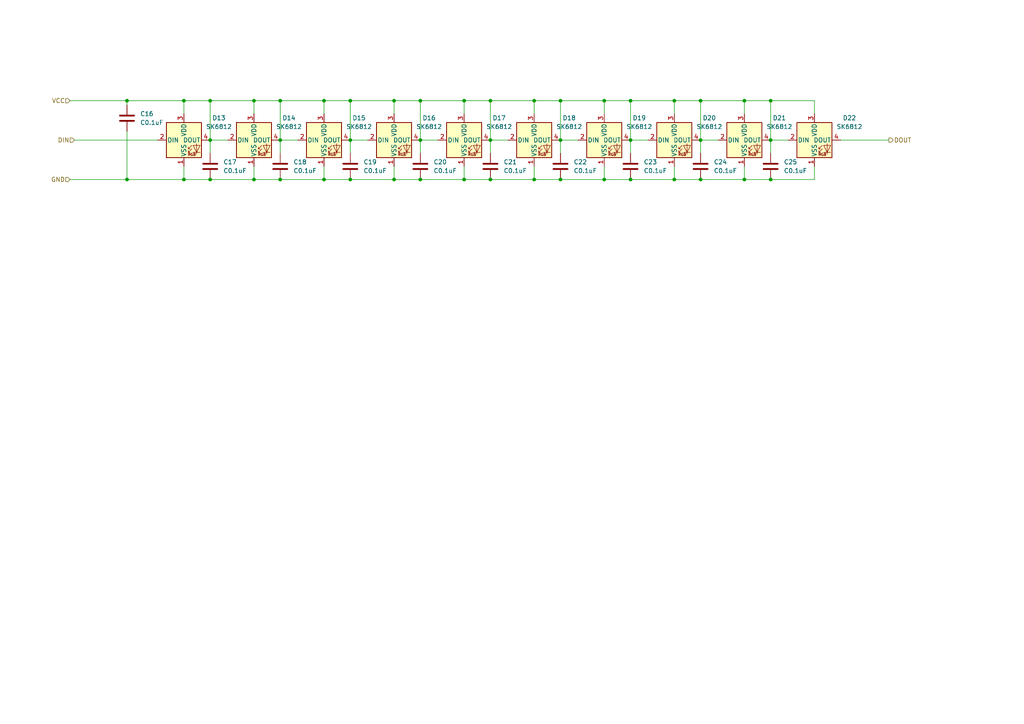
<source format=kicad_sch>
(kicad_sch (version 20250114) (generator "eeschema") (generator_version "9.0")
  (paper "A4")
  (lib_symbols
    (symbol "Device:C" (pin_numbers (hide yes)) (pin_names (offset 0.254))
      (property "Reference" "C" (at 0.635 2.54 0))
      (property "Value" "C" (at 0.635 -2.54 0))
      (symbol "C_0_1"
        (polyline (pts (xy -2.032 0.762) (xy 2.032 0.762)) (stroke (width 0.508)))
        (polyline (pts (xy -2.032 -0.762) (xy 2.032 -0.762)) (stroke (width 0.508)))
      )
      (symbol "C_1_1"
        (pin passive line (at 0 3.81 270) (length 2.794) (name "~") (number "1"))
        (pin passive line (at 0 -3.81 90) (length 2.794) (name "~") (number "2"))
      )
    )
    (symbol "LED:SK6812" (pin_names (offset 0.254))
      (property "Reference" "D" (at 5.08 5.715 0))
      (property "Value" "SK6812" (at 1.27 -5.715 0))
      (symbol "SK6812_0_0"
        (text "RGB" (at 2.286 -4.191 0) (effects (font (size 0.762 0.762))))
      )
      (symbol "SK6812_0_1"
        (polyline (pts (xy 1.27 -2.54) (xy 1.778 -2.54)))
        (polyline (pts (xy 1.27 -3.556) (xy 1.778 -3.556)))
        (polyline (pts (xy 2.286 -1.524) (xy 1.27 -2.54) (xy 1.27 -2.032)))
        (polyline (pts (xy 2.286 -2.54) (xy 1.27 -3.556) (xy 1.27 -3.048)))
        (polyline (pts (xy 3.683 -1.016) (xy 3.683 -3.556) (xy 3.683 -4.064)))
        (polyline (pts (xy 4.699 -1.524) (xy 2.667 -1.524) (xy 3.683 -3.556) (xy 4.699 -1.524)))
        (polyline (pts (xy 4.699 -3.556) (xy 2.667 -3.556)))
        (rectangle (start 5.08 5.08) (end -5.08 -5.08) (stroke (width 0.254)) (fill (type background)))
      )
      (symbol "SK6812_1_1"
        (pin input line (at -7.62 0 0) (length 2.54) (name "DIN") (number "2"))
        (pin power_in line (at 0 7.62 270) (length 2.54) (name "VDD") (number "3"))
        (pin power_in line (at 0 -7.62 90) (length 2.54) (name "VSS") (number "1"))
        (pin output line (at 7.62 0 180) (length 2.54) (name "DOUT") (number "4"))
      )
    )
  )
  (junction (at 162.56 29.21))
  (junction (at 162.56 52.07))
  (junction (at 142.24 52.07))
  (junction (at 36.83 52.07))
  (junction (at 60.96 40.64))
  (junction (at 182.88 52.07))
  (junction (at 81.28 52.07))
  (junction (at 93.98 52.07))
  (junction (at 223.52 40.64))
  (junction (at 203.2 40.64))
  (junction (at 81.28 29.21))
  (junction (at 93.98 29.21))
  (junction (at 142.24 29.21))
  (junction (at 114.3 52.07))
  (junction (at 195.58 29.21))
  (junction (at 101.6 29.21))
  (junction (at 182.88 29.21))
  (junction (at 114.3 29.21))
  (junction (at 134.62 52.07))
  (junction (at 81.28 40.64))
  (junction (at 203.2 52.07))
  (junction (at 175.26 29.21))
  (junction (at 223.52 52.07))
  (junction (at 60.96 29.21))
  (junction (at 101.6 40.64))
  (junction (at 203.2 29.21))
  (junction (at 223.52 29.21))
  (junction (at 60.96 52.07))
  (junction (at 162.56 40.64))
  (junction (at 73.66 29.21))
  (junction (at 195.58 52.07))
  (junction (at 121.92 40.64))
  (junction (at 154.94 52.07))
  (junction (at 73.66 52.07))
  (junction (at 175.26 52.07))
  (junction (at 215.9 52.07))
  (junction (at 134.62 29.21))
  (junction (at 53.34 52.07))
  (junction (at 142.24 40.64))
  (junction (at 121.92 52.07))
  (junction (at 215.9 29.21))
  (junction (at 121.92 29.21))
  (junction (at 182.88 40.64))
  (junction (at 53.34 29.21))
  (junction (at 101.6 52.07))
  (junction (at 154.94 29.21))
  (junction (at 36.83 29.21))
  (wire (pts (xy 81.28 40.64) (xy 81.28 29.21)))
  (wire (pts (xy 215.9 52.07) (xy 223.52 52.07)))
  (wire (pts (xy 101.6 52.07) (xy 114.3 52.07)))
  (wire (pts (xy 142.24 29.21) (xy 154.94 29.21)))
  (wire (pts (xy 36.83 38.1) (xy 36.83 52.07)))
  (wire (pts (xy 45.72 40.64) (xy 21.59 40.64)))
  (wire (pts (xy 114.3 52.07) (xy 114.3 48.26)))
  (wire (pts (xy 223.52 44.45) (xy 223.52 40.64)))
  (wire (pts (xy 162.56 44.45) (xy 162.56 40.64)))
  (wire (pts (xy 93.98 52.07) (xy 101.6 52.07)))
  (wire (pts (xy 142.24 40.64) (xy 147.32 40.64)))
  (wire (pts (xy 81.28 52.07) (xy 93.98 52.07)))
  (wire (pts (xy 101.6 40.64) (xy 101.6 29.21)))
  (wire (pts (xy 154.94 52.07) (xy 162.56 52.07)))
  (wire (pts (xy 101.6 40.64) (xy 106.68 40.64)))
  (wire (pts (xy 223.52 40.64) (xy 223.52 29.21)))
  (wire (pts (xy 121.92 40.64) (xy 127 40.64)))
  (wire (pts (xy 36.83 30.48) (xy 36.83 29.21)))
  (wire (pts (xy 81.28 40.64) (xy 86.36 40.64)))
  (wire (pts (xy 60.96 40.64) (xy 66.04 40.64)))
  (wire (pts (xy 182.88 29.21) (xy 195.58 29.21)))
  (wire (pts (xy 142.24 44.45) (xy 142.24 40.64)))
  (wire (pts (xy 73.66 33.02) (xy 73.66 29.21)))
  (wire (pts (xy 121.92 44.45) (xy 121.92 40.64)))
  (wire (pts (xy 134.62 33.02) (xy 134.62 29.21)))
  (wire (pts (xy 93.98 52.07) (xy 93.98 48.26)))
  (wire (pts (xy 154.94 29.21) (xy 162.56 29.21)))
  (wire (pts (xy 162.56 40.64) (xy 162.56 29.21)))
  (wire (pts (xy 175.26 52.07) (xy 182.88 52.07)))
  (wire (pts (xy 175.26 29.21) (xy 182.88 29.21)))
  (wire (pts (xy 121.92 40.64) (xy 121.92 29.21)))
  (wire (pts (xy 53.34 33.02) (xy 53.34 29.21)))
  (wire (pts (xy 162.56 29.21) (xy 175.26 29.21)))
  (wire (pts (xy 142.24 52.07) (xy 154.94 52.07)))
  (wire (pts (xy 215.9 33.02) (xy 215.9 29.21)))
  (wire (pts (xy 60.96 52.07) (xy 73.66 52.07)))
  (wire (pts (xy 134.62 29.21) (xy 142.24 29.21)))
  (wire (pts (xy 134.62 52.07) (xy 134.62 48.26)))
  (wire (pts (xy 36.83 29.21) (xy 53.34 29.21)))
  (wire (pts (xy 101.6 29.21) (xy 114.3 29.21)))
  (wire (pts (xy 121.92 29.21) (xy 134.62 29.21)))
  (wire (pts (xy 223.52 52.07) (xy 236.22 52.07)))
  (wire (pts (xy 81.28 29.21) (xy 93.98 29.21)))
  (wire (pts (xy 36.83 29.21) (xy 20.32 29.21)))
  (wire (pts (xy 175.26 52.07) (xy 175.26 48.26)))
  (wire (pts (xy 162.56 40.64) (xy 167.64 40.64)))
  (wire (pts (xy 20.32 52.07) (xy 36.83 52.07)))
  (wire (pts (xy 53.34 29.21) (xy 60.96 29.21)))
  (wire (pts (xy 215.9 29.21) (xy 223.52 29.21)))
  (wire (pts (xy 195.58 29.21) (xy 203.2 29.21)))
  (wire (pts (xy 121.92 52.07) (xy 134.62 52.07)))
  (wire (pts (xy 215.9 52.07) (xy 215.9 48.26)))
  (wire (pts (xy 203.2 40.64) (xy 208.28 40.64)))
  (wire (pts (xy 203.2 44.45) (xy 203.2 40.64)))
  (wire (pts (xy 114.3 33.02) (xy 114.3 29.21)))
  (wire (pts (xy 60.96 40.64) (xy 60.96 29.21)))
  (wire (pts (xy 236.22 52.07) (xy 236.22 48.26)))
  (wire (pts (xy 162.56 52.07) (xy 175.26 52.07)))
  (wire (pts (xy 236.22 33.02) (xy 236.22 29.21)))
  (wire (pts (xy 93.98 33.02) (xy 93.98 29.21)))
  (wire (pts (xy 182.88 40.64) (xy 182.88 29.21)))
  (wire (pts (xy 203.2 40.64) (xy 203.2 29.21)))
  (wire (pts (xy 73.66 52.07) (xy 81.28 52.07)))
  (wire (pts (xy 93.98 29.21) (xy 101.6 29.21)))
  (wire (pts (xy 134.62 52.07) (xy 142.24 52.07)))
  (wire (pts (xy 223.52 40.64) (xy 228.6 40.64)))
  (wire (pts (xy 60.96 44.45) (xy 60.96 40.64)))
  (wire (pts (xy 195.58 33.02) (xy 195.58 29.21)))
  (wire (pts (xy 36.83 52.07) (xy 53.34 52.07)))
  (wire (pts (xy 182.88 52.07) (xy 195.58 52.07)))
  (wire (pts (xy 73.66 29.21) (xy 81.28 29.21)))
  (wire (pts (xy 53.34 52.07) (xy 53.34 48.26)))
  (wire (pts (xy 175.26 33.02) (xy 175.26 29.21)))
  (wire (pts (xy 223.52 29.21) (xy 236.22 29.21)))
  (wire (pts (xy 114.3 52.07) (xy 121.92 52.07)))
  (wire (pts (xy 81.28 44.45) (xy 81.28 40.64)))
  (wire (pts (xy 243.84 40.64) (xy 257.81 40.64)))
  (wire (pts (xy 182.88 40.64) (xy 187.96 40.64)))
  (wire (pts (xy 73.66 52.07) (xy 73.66 48.26)))
  (wire (pts (xy 53.34 52.07) (xy 60.96 52.07)))
  (wire (pts (xy 142.24 40.64) (xy 142.24 29.21)))
  (wire (pts (xy 203.2 29.21) (xy 215.9 29.21)))
  (wire (pts (xy 182.88 44.45) (xy 182.88 40.64)))
  (wire (pts (xy 60.96 29.21) (xy 73.66 29.21)))
  (wire (pts (xy 101.6 44.45) (xy 101.6 40.64)))
  (wire (pts (xy 154.94 33.02) (xy 154.94 29.21)))
  (wire (pts (xy 114.3 29.21) (xy 121.92 29.21)))
  (wire (pts (xy 195.58 52.07) (xy 203.2 52.07)))
  (wire (pts (xy 203.2 52.07) (xy 215.9 52.07)))
  (wire (pts (xy 154.94 52.07) (xy 154.94 48.26)))
  (wire (pts (xy 195.58 52.07) (xy 195.58 48.26)))
  (hierarchical_label "VCC" (shape input) (at 20.32 29.21 180))
  (hierarchical_label "DOUT" (shape output) (at 257.81 40.64 0))
  (hierarchical_label "DIN" (shape input) (at 21.59 40.64 180))
  (hierarchical_label "GND" (shape input) (at 20.32 52.07 180))
  (symbol (lib_id "Device:C") (at 36.83 34.29 0) (unit 1)
    (property "Reference" "C" (at 40.64 33.0199 0) (effects (justify left)))
    (property "Value" "C0.1uF" (at 40.64 35.5599 0) (effects (justify left)))
    (property "Footprint" "Capacitor_SMD:C_0402_1005Metric" (effects (hide yes)))
    (property "Description" "Unpolarized capacitor" (effects (hide yes)))
    (instances (project "PCB Board" (path "" (reference "C16") (unit 1))))
  )
  (symbol (lib_id "LED:SK6812") (at 73.66 40.64 0) (unit 1)
    (property "Reference" "D4" (at 83.82 34.2198 0))
    (property "Value" "SK6812" (at 83.82 36.7598 0))
    (property "Footprint" "LED_SMD:LED_SK6812_PLCC4_5.0x5.0mm_P3.2mm" (effects (hide yes)))
    (property "Datasheet" "https://cdn-shop.adafruit.com/product-files/1138/SK6812+LED+datasheet+.pdf" (effects (hide yes)))
    (property "Description" "RGB LED with integrated controller" (effects (hide yes)))
    (instances (project "PCB Board" (path "" (reference "D14") (unit 1)) (path "" (reference "D4") (unit 1))))
  )
  (symbol (lib_id "LED:SK6812") (at 154.94 40.64 0) (unit 1)
    (property "Reference" "D8" (at 165.1 34.2198 0))
    (property "Value" "SK6812" (at 165.1 36.7598 0))
    (property "Footprint" "LED_SMD:LED_SK6812_PLCC4_5.0x5.0mm_P3.2mm" (effects (hide yes)))
    (property "Datasheet" "https://cdn-shop.adafruit.com/product-files/1138/SK6812+LED+datasheet+.pdf" (effects (hide yes)))
    (property "Description" "RGB LED with integrated controller" (effects (hide yes)))
    (instances (project "PCB Board" (path "" (reference "D18") (unit 1)) (path "" (reference "D8") (unit 1))))
  )
  (symbol (lib_id "LED:SK6812") (at 215.9 40.64 0) (unit 1)
    (property "Reference" "D11" (at 226.06 34.2198 0))
    (property "Value" "SK6812" (at 226.06 36.7598 0))
    (property "Footprint" "LED_SMD:LED_SK6812_PLCC4_5.0x5.0mm_P3.2mm" (effects (hide yes)))
    (property "Datasheet" "https://cdn-shop.adafruit.com/product-files/1138/SK6812+LED+datasheet+.pdf" (effects (hide yes)))
    (property "Description" "RGB LED with integrated controller" (effects (hide yes)))
    (instances (project "PCB Board" (path "" (reference "D21") (unit 1)) (path "" (reference "D11") (unit 1))))
  )
  (symbol (lib_id "LED:SK6812") (at 114.3 40.64 0) (unit 1)
    (property "Reference" "D6" (at 124.46 34.2198 0))
    (property "Value" "SK6812" (at 124.46 36.7598 0))
    (property "Footprint" "LED_SMD:LED_SK6812_PLCC4_5.0x5.0mm_P3.2mm" (effects (hide yes)))
    (property "Datasheet" "https://cdn-shop.adafruit.com/product-files/1138/SK6812+LED+datasheet+.pdf" (effects (hide yes)))
    (property "Description" "RGB LED with integrated controller" (effects (hide yes)))
    (instances (project "PCB Board" (path "" (reference "D16") (unit 1)) (path "" (reference "D6") (unit 1))))
  )
  (symbol (lib_id "LED:SK6812") (at 53.34 40.64 0) (unit 1)
    (property "Reference" "D" (at 63.5 34.2198 0))
    (property "Value" "SK6812" (at 63.5 36.7598 0))
    (property "Footprint" "LED_SMD:LED_SK6812_PLCC4_5.0x5.0mm_P3.2mm" (effects (hide yes)))
    (property "Datasheet" "https://cdn-shop.adafruit.com/product-files/1138/SK6812+LED+datasheet+.pdf" (effects (hide yes)))
    (property "Description" "RGB LED with integrated controller" (effects (hide yes)))
    (instances (project "PCB Board" (path "" (reference "D13") (unit 1))))
  )
  (symbol (lib_id "Device:C") (at 203.2 48.26 0) (unit 1)
    (property "Reference" "C14" (at 207.01 46.9899 0) (effects (justify left)))
    (property "Value" "C0.1uF" (at 207.01 49.5299 0) (effects (justify left)))
    (property "Footprint" "Capacitor_SMD:C_0402_1005Metric" (effects (hide yes)))
    (property "Description" "Unpolarized capacitor" (effects (hide yes)))
    (instances (project "PCB Board" (path "" (reference "C24") (unit 1)) (path "" (reference "C14") (unit 1))))
  )
  (symbol (lib_id "Device:C") (at 60.96 48.26 0) (unit 1)
    (property "Reference" "C7" (at 64.77 46.9899 0) (effects (justify left)))
    (property "Value" "C0.1uF" (at 64.77 49.5299 0) (effects (justify left)))
    (property "Footprint" "Capacitor_SMD:C_0402_1005Metric" (effects (hide yes)))
    (property "Description" "Unpolarized capacitor" (effects (hide yes)))
    (instances (project "PCB Board" (path "" (reference "C17") (unit 1)) (path "" (reference "C7") (unit 1))))
  )
  (symbol (lib_id "Device:C") (at 223.52 48.26 0) (unit 1)
    (property "Reference" "C15" (at 227.33 46.9899 0) (effects (justify left)))
    (property "Value" "C0.1uF" (at 227.33 49.5299 0) (effects (justify left)))
    (property "Footprint" "Capacitor_SMD:C_0402_1005Metric" (effects (hide yes)))
    (property "Description" "Unpolarized capacitor" (effects (hide yes)))
    (instances (project "PCB Board" (path "" (reference "C25") (unit 1)) (path "" (reference "C15") (unit 1))))
  )
  (symbol (lib_id "LED:SK6812") (at 134.62 40.64 0) (unit 1)
    (property "Reference" "D7" (at 144.78 34.2198 0))
    (property "Value" "SK6812" (at 144.78 36.7598 0))
    (property "Footprint" "LED_SMD:LED_SK6812_PLCC4_5.0x5.0mm_P3.2mm" (effects (hide yes)))
    (property "Datasheet" "https://cdn-shop.adafruit.com/product-files/1138/SK6812+LED+datasheet+.pdf" (effects (hide yes)))
    (property "Description" "RGB LED with integrated controller" (effects (hide yes)))
    (instances (project "PCB Board" (path "" (reference "D17") (unit 1)) (path "" (reference "D7") (unit 1))))
  )
  (symbol (lib_id "Device:C") (at 121.92 48.26 0) (unit 1)
    (property "Reference" "C10" (at 125.73 46.9899 0) (effects (justify left)))
    (property "Value" "C0.1uF" (at 125.73 49.5299 0) (effects (justify left)))
    (property "Footprint" "Capacitor_SMD:C_0402_1005Metric" (effects (hide yes)))
    (property "Description" "Unpolarized capacitor" (effects (hide yes)))
    (instances (project "PCB Board" (path "" (reference "C20") (unit 1)) (path "" (reference "C10") (unit 1))))
  )
  (symbol (lib_id "LED:SK6812") (at 175.26 40.64 0) (unit 1)
    (property "Reference" "D9" (at 185.42 34.2198 0))
    (property "Value" "SK6812" (at 185.42 36.7598 0))
    (property "Footprint" "LED_SMD:LED_SK6812_PLCC4_5.0x5.0mm_P3.2mm" (effects (hide yes)))
    (property "Datasheet" "https://cdn-shop.adafruit.com/product-files/1138/SK6812+LED+datasheet+.pdf" (effects (hide yes)))
    (property "Description" "RGB LED with integrated controller" (effects (hide yes)))
    (instances (project "PCB Board" (path "" (reference "D19") (unit 1)) (path "" (reference "D9") (unit 1))))
  )
  (symbol (lib_id "Device:C") (at 162.56 48.26 0) (unit 1)
    (property "Reference" "C12" (at 166.37 46.9899 0) (effects (justify left)))
    (property "Value" "C0.1uF" (at 166.37 49.5299 0) (effects (justify left)))
    (property "Footprint" "Capacitor_SMD:C_0402_1005Metric" (effects (hide yes)))
    (property "Description" "Unpolarized capacitor" (effects (hide yes)))
    (instances (project "PCB Board" (path "" (reference "C22") (unit 1)) (path "" (reference "C12") (unit 1))))
  )
  (symbol (lib_id "Device:C") (at 182.88 48.26 0) (unit 1)
    (property "Reference" "C13" (at 186.69 46.9899 0) (effects (justify left)))
    (property "Value" "C0.1uF" (at 186.69 49.5299 0) (effects (justify left)))
    (property "Footprint" "Capacitor_SMD:C_0402_1005Metric" (effects (hide yes)))
    (property "Description" "Unpolarized capacitor" (effects (hide yes)))
    (instances (project "PCB Board" (path "" (reference "C23") (unit 1)) (path "" (reference "C13") (unit 1))))
  )
  (symbol (lib_id "Device:C") (at 81.28 48.26 0) (unit 1)
    (property "Reference" "C8" (at 85.09 46.9899 0) (effects (justify left)))
    (property "Value" "C0.1uF" (at 85.09 49.5299 0) (effects (justify left)))
    (property "Footprint" "Capacitor_SMD:C_0402_1005Metric" (effects (hide yes)))
    (property "Description" "Unpolarized capacitor" (effects (hide yes)))
    (instances (project "PCB Board" (path "" (reference "C18") (unit 1)) (path "" (reference "C8") (unit 1))))
  )
  (symbol (lib_id "Device:C") (at 142.24 48.26 0) (unit 1)
    (property "Reference" "C11" (at 146.05 46.9899 0) (effects (justify left)))
    (property "Value" "C0.1uF" (at 146.05 49.5299 0) (effects (justify left)))
    (property "Footprint" "Capacitor_SMD:C_0402_1005Metric" (effects (hide yes)))
    (property "Description" "Unpolarized capacitor" (effects (hide yes)))
    (instances (project "PCB Board" (path "" (reference "C21") (unit 1)) (path "" (reference "C11") (unit 1))))
  )
  (symbol (lib_id "LED:SK6812") (at 236.22 40.64 0) (unit 1)
    (property "Reference" "D12" (at 246.38 34.2198 0))
    (property "Value" "SK6812" (at 246.38 36.7598 0))
    (property "Footprint" "LED_SMD:LED_SK6812_PLCC4_5.0x5.0mm_P3.2mm" (effects (hide yes)))
    (property "Datasheet" "https://cdn-shop.adafruit.com/product-files/1138/SK6812+LED+datasheet+.pdf" (effects (hide yes)))
    (property "Description" "RGB LED with integrated controller" (effects (hide yes)))
    (instances (project "PCB Board" (path "" (reference "D22") (unit 1)) (path "" (reference "D12") (unit 1))))
  )
  (symbol (lib_id "Device:C") (at 101.6 48.26 0) (unit 1)
    (property "Reference" "C9" (at 105.41 46.9899 0) (effects (justify left)))
    (property "Value" "C0.1uF" (at 105.41 49.5299 0) (effects (justify left)))
    (property "Footprint" "Capacitor_SMD:C_0402_1005Metric" (effects (hide yes)))
    (property "Description" "Unpolarized capacitor" (effects (hide yes)))
    (instances (project "PCB Board" (path "" (reference "C19") (unit 1)) (path "" (reference "C9") (unit 1))))
  )
  (symbol (lib_id "LED:SK6812") (at 195.58 40.64 0) (unit 1)
    (property "Reference" "D10" (at 205.74 34.2198 0))
    (property "Value" "SK6812" (at 205.74 36.7598 0))
    (property "Footprint" "LED_SMD:LED_SK6812_PLCC4_5.0x5.0mm_P3.2mm" (effects (hide yes)))
    (property "Datasheet" "https://cdn-shop.adafruit.com/product-files/1138/SK6812+LED+datasheet+.pdf" (effects (hide yes)))
    (property "Description" "RGB LED with integrated controller" (effects (hide yes)))
    (instances (project "PCB Board" (path "" (reference "D20") (unit 1)) (path "" (reference "D10") (unit 1))))
  )
  (symbol (lib_id "LED:SK6812") (at 93.98 40.64 0) (unit 1)
    (property "Reference" "D5" (at 104.14 34.2198 0))
    (property "Value" "SK6812" (at 104.14 36.7598 0))
    (property "Footprint" "LED_SMD:LED_SK6812_PLCC4_5.0x5.0mm_P3.2mm" (effects (hide yes)))
    (property "Datasheet" "https://cdn-shop.adafruit.com/product-files/1138/SK6812+LED+datasheet+.pdf" (effects (hide yes)))
    (property "Description" "RGB LED with integrated controller" (effects (hide yes)))
    (instances (project "PCB Board" (path "" (reference "D15") (unit 1)) (path "" (reference "D5") (unit 1))))
  )
)
</source>
